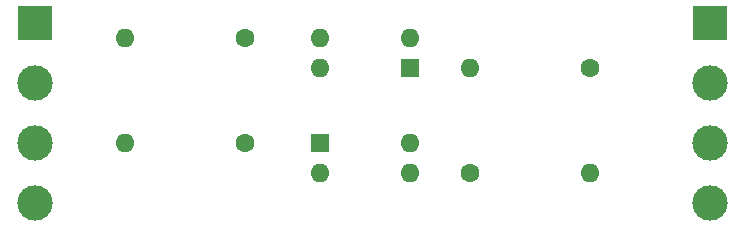
<source format=gbr>
G04 #@! TF.GenerationSoftware,KiCad,Pcbnew,(5.1.5)-3*
G04 #@! TF.CreationDate,2020-05-02T00:05:06+08:00*
G04 #@! TF.ProjectId,uartIsolator,75617274-4973-46f6-9c61-746f722e6b69,rev?*
G04 #@! TF.SameCoordinates,Original*
G04 #@! TF.FileFunction,Copper,L1,Top*
G04 #@! TF.FilePolarity,Positive*
%FSLAX46Y46*%
G04 Gerber Fmt 4.6, Leading zero omitted, Abs format (unit mm)*
G04 Created by KiCad (PCBNEW (5.1.5)-3) date 2020-05-02 00:05:06*
%MOMM*%
%LPD*%
G04 APERTURE LIST*
%ADD10O,1.600000X1.600000*%
%ADD11R,1.600000X1.600000*%
%ADD12C,1.600000*%
%ADD13C,3.000000*%
%ADD14R,3.000000X3.000000*%
G04 APERTURE END LIST*
D10*
X167620000Y-68580000D03*
X175240000Y-66040000D03*
X167620000Y-66040000D03*
D11*
X175240000Y-68580000D03*
D10*
X175260000Y-74930000D03*
X167640000Y-77470000D03*
X175260000Y-77470000D03*
D11*
X167640000Y-74930000D03*
D10*
X180340000Y-68580000D03*
D12*
X190500000Y-68580000D03*
D10*
X190500000Y-77470000D03*
D12*
X180340000Y-77470000D03*
D10*
X151130000Y-66040000D03*
D12*
X161290000Y-66040000D03*
D10*
X151130000Y-74930000D03*
D12*
X161290000Y-74930000D03*
D13*
X200660000Y-80010000D03*
D14*
X200660000Y-64770000D03*
D13*
X200660000Y-74930000D03*
X200660000Y-69850000D03*
X143510000Y-80010000D03*
D14*
X143510000Y-64770000D03*
D13*
X143510000Y-74930000D03*
X143510000Y-69850000D03*
M02*

</source>
